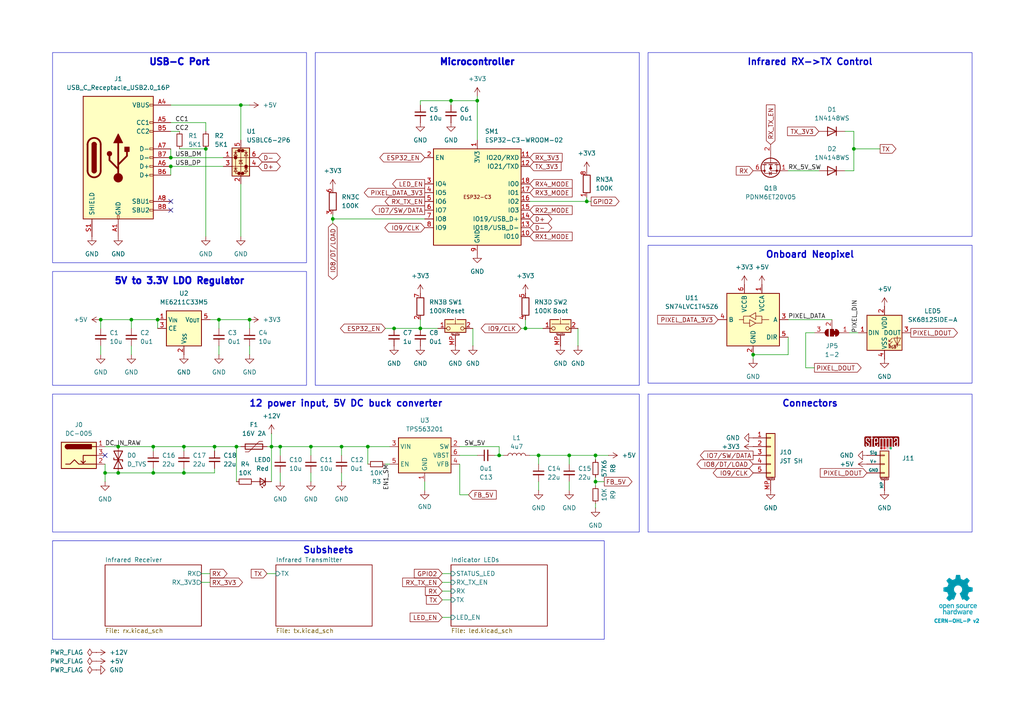
<source format=kicad_sch>
(kicad_sch (version 20231120) (generator "eeschema") (generator_version "8.0")
  (paper "A4")
  (junction (at 53.34 129.54))
  (junction (at 172.72 139.7))
  (junction (at 45.72 92.71))
  (junction (at 59.69 43.18))
  (junction (at 62.23 129.54))
  (junction (at 247.65 43.18))
  (junction (at 90.17 129.54))
  (junction (at 30.48 137.16))
  (junction (at 34.29 137.16))
  (junction (at 96.52 63.5))
  (junction (at 156.21 132.08))
  (junction (at 44.45 137.16))
  (junction (at 69.85 30.48))
  (junction (at 81.28 129.54))
  (junction (at 106.68 129.54))
  (junction (at 63.5 92.71))
  (junction (at 53.34 137.16))
  (junction (at 165.1 132.08))
  (junction (at 99.06 129.54))
  (junction (at 114.3 95.25))
  (junction (at 121.92 95.25))
  (junction (at 130.81 29.21))
  (junction (at 44.45 129.54))
  (junction (at 49.53 48.26))
  (junction (at 49.53 45.72))
  (junction (at 170.18 58.42))
  (junction (at 29.21 92.71))
  (junction (at 68.58 129.54))
  (junction (at 218.44 102.87))
  (junction (at 152.4 95.25))
  (junction (at 78.74 129.54))
  (junction (at 38.1 92.71))
  (junction (at 34.29 129.54))
  (junction (at 172.72 132.08))
  (junction (at 138.43 29.21))
  (junction (at 72.39 92.71))
  (junction (at 144.78 132.08))
  (no_connect (at 49.53 60.96))
  (no_connect (at 30.48 132.08))
  (no_connect (at 49.53 58.42))
  (wire (pts (xy 138.43 29.21) (xy 138.43 27.94)))
  (wire (pts (xy 233.68 106.68) (xy 236.22 106.68)))
  (wire (pts (xy 152.4 92.71) (xy 152.4 95.25)))
  (wire (pts (xy 59.69 35.56) (xy 59.69 38.1)))
  (wire (pts (xy 30.48 134.62) (xy 30.48 137.16)))
  (wire (pts (xy 62.23 129.54) (xy 68.58 129.54)))
  (wire (pts (xy 81.28 129.54) (xy 90.17 129.54)))
  (wire (pts (xy 38.1 92.71) (xy 45.72 92.71)))
  (wire (pts (xy 49.53 35.56) (xy 59.69 35.56)))
  (wire (pts (xy 245.11 38.1) (xy 247.65 38.1)))
  (wire (pts (xy 44.45 129.54) (xy 53.34 129.54)))
  (wire (pts (xy 156.21 132.08) (xy 156.21 134.62)))
  (wire (pts (xy 64.77 48.26) (xy 49.53 48.26)))
  (wire (pts (xy 128.27 168.91) (xy 130.81 168.91)))
  (wire (pts (xy 121.92 95.25) (xy 127 95.25)))
  (wire (pts (xy 172.72 139.7) (xy 172.72 140.97)))
  (wire (pts (xy 106.68 129.54) (xy 113.03 129.54)))
  (wire (pts (xy 218.44 104.14) (xy 218.44 102.87)))
  (wire (pts (xy 99.06 132.08) (xy 99.06 129.54)))
  (wire (pts (xy 53.34 135.89) (xy 53.34 137.16)))
  (wire (pts (xy 34.29 137.16) (xy 44.45 137.16)))
  (wire (pts (xy 152.4 95.25) (xy 157.48 95.25)))
  (wire (pts (xy 165.1 142.24) (xy 165.1 139.7)))
  (wire (pts (xy 165.1 132.08) (xy 172.72 132.08)))
  (wire (pts (xy 81.28 139.7) (xy 81.28 137.16)))
  (wire (pts (xy 128.27 173.99) (xy 130.81 173.99)))
  (wire (pts (xy 233.68 96.52) (xy 236.22 96.52)))
  (wire (pts (xy 69.85 68.58) (xy 69.85 53.34)))
  (wire (pts (xy 143.51 132.08) (xy 144.78 132.08)))
  (wire (pts (xy 247.65 43.18) (xy 247.65 49.53)))
  (wire (pts (xy 144.78 132.08) (xy 146.05 132.08)))
  (wire (pts (xy 69.85 30.48) (xy 69.85 40.64)))
  (wire (pts (xy 99.06 129.54) (xy 106.68 129.54)))
  (wire (pts (xy 137.16 100.33) (xy 137.16 95.25)))
  (wire (pts (xy 170.18 57.15) (xy 170.18 58.42)))
  (wire (pts (xy 172.72 138.43) (xy 172.72 139.7)))
  (wire (pts (xy 172.72 139.7) (xy 175.26 139.7)))
  (wire (pts (xy 228.6 97.79) (xy 228.6 102.87)))
  (wire (pts (xy 121.92 92.71) (xy 121.92 95.25)))
  (wire (pts (xy 58.42 168.91) (xy 60.96 168.91)))
  (wire (pts (xy 90.17 132.08) (xy 90.17 129.54)))
  (wire (pts (xy 63.5 95.25) (xy 63.5 92.71)))
  (wire (pts (xy 53.34 129.54) (xy 62.23 129.54)))
  (wire (pts (xy 133.35 143.51) (xy 135.89 143.51)))
  (wire (pts (xy 228.6 49.53) (xy 237.49 49.53)))
  (wire (pts (xy 228.6 92.71) (xy 241.3 92.71)))
  (wire (pts (xy 78.74 129.54) (xy 81.28 129.54)))
  (wire (pts (xy 72.39 92.71) (xy 63.5 92.71)))
  (wire (pts (xy 90.17 139.7) (xy 90.17 137.16)))
  (wire (pts (xy 38.1 100.33) (xy 38.1 102.87)))
  (wire (pts (xy 156.21 142.24) (xy 156.21 139.7)))
  (wire (pts (xy 246.38 96.52) (xy 248.92 96.52)))
  (wire (pts (xy 153.67 132.08) (xy 156.21 132.08)))
  (wire (pts (xy 228.6 102.87) (xy 218.44 102.87)))
  (wire (pts (xy 49.53 43.18) (xy 49.53 45.72)))
  (wire (pts (xy 30.48 137.16) (xy 34.29 137.16)))
  (wire (pts (xy 130.81 29.21) (xy 130.81 30.48)))
  (wire (pts (xy 68.58 129.54) (xy 68.58 139.7)))
  (wire (pts (xy 151.13 95.25) (xy 152.4 95.25)))
  (wire (pts (xy 96.52 62.23) (xy 96.52 63.5)))
  (wire (pts (xy 77.47 166.37) (xy 80.01 166.37)))
  (wire (pts (xy 111.76 134.62) (xy 113.03 134.62)))
  (wire (pts (xy 114.3 95.25) (xy 121.92 95.25)))
  (wire (pts (xy 247.65 43.18) (xy 255.27 43.18)))
  (wire (pts (xy 58.42 166.37) (xy 60.96 166.37)))
  (wire (pts (xy 44.45 137.16) (xy 53.34 137.16)))
  (wire (pts (xy 49.53 48.26) (xy 49.53 50.8)))
  (wire (pts (xy 53.34 137.16) (xy 62.23 137.16)))
  (wire (pts (xy 121.92 29.21) (xy 130.81 29.21)))
  (wire (pts (xy 153.67 58.42) (xy 170.18 58.42)))
  (wire (pts (xy 170.18 58.42) (xy 171.45 58.42)))
  (wire (pts (xy 63.5 92.71) (xy 60.96 92.71)))
  (wire (pts (xy 96.52 64.77) (xy 96.52 63.5)))
  (wire (pts (xy 81.28 132.08) (xy 81.28 129.54)))
  (wire (pts (xy 128.27 179.07) (xy 130.81 179.07)))
  (wire (pts (xy 63.5 100.33) (xy 63.5 102.87)))
  (wire (pts (xy 44.45 135.89) (xy 44.45 137.16)))
  (wire (pts (xy 72.39 95.25) (xy 72.39 92.71)))
  (wire (pts (xy 29.21 92.71) (xy 29.21 95.25)))
  (wire (pts (xy 111.76 95.25) (xy 114.3 95.25)))
  (wire (pts (xy 90.17 129.54) (xy 99.06 129.54)))
  (wire (pts (xy 49.53 30.48) (xy 69.85 30.48)))
  (wire (pts (xy 30.48 137.16) (xy 30.48 139.7)))
  (wire (pts (xy 133.35 129.54) (xy 144.78 129.54)))
  (wire (pts (xy 133.35 132.08) (xy 138.43 132.08)))
  (wire (pts (xy 34.29 129.54) (xy 44.45 129.54)))
  (wire (pts (xy 138.43 29.21) (xy 138.43 40.64)))
  (wire (pts (xy 30.48 129.54) (xy 34.29 129.54)))
  (wire (pts (xy 52.07 43.18) (xy 59.69 43.18)))
  (wire (pts (xy 96.52 63.5) (xy 123.19 63.5)))
  (wire (pts (xy 64.77 45.72) (xy 49.53 45.72)))
  (wire (pts (xy 167.64 100.33) (xy 167.64 95.25)))
  (wire (pts (xy 59.69 43.18) (xy 59.69 68.58)))
  (wire (pts (xy 233.68 96.52) (xy 233.68 106.68)))
  (wire (pts (xy 172.72 147.32) (xy 172.72 146.05)))
  (wire (pts (xy 69.85 129.54) (xy 68.58 129.54)))
  (wire (pts (xy 247.65 38.1) (xy 247.65 43.18)))
  (wire (pts (xy 156.21 132.08) (xy 165.1 132.08)))
  (wire (pts (xy 144.78 129.54) (xy 144.78 132.08)))
  (wire (pts (xy 38.1 95.25) (xy 38.1 92.71)))
  (wire (pts (xy 44.45 130.81) (xy 44.45 129.54)))
  (wire (pts (xy 72.39 30.48) (xy 69.85 30.48)))
  (wire (pts (xy 29.21 100.33) (xy 29.21 102.87)))
  (wire (pts (xy 78.74 129.54) (xy 78.74 139.7)))
  (wire (pts (xy 133.35 134.62) (xy 133.35 143.51)))
  (wire (pts (xy 106.68 134.62) (xy 106.68 129.54)))
  (wire (pts (xy 172.72 132.08) (xy 176.53 132.08)))
  (wire (pts (xy 38.1 92.71) (xy 29.21 92.71)))
  (wire (pts (xy 99.06 139.7) (xy 99.06 137.16)))
  (wire (pts (xy 62.23 130.81) (xy 62.23 129.54)))
  (wire (pts (xy 121.92 30.48) (xy 121.92 29.21)))
  (wire (pts (xy 78.74 125.73) (xy 78.74 129.54)))
  (wire (pts (xy 172.72 133.35) (xy 172.72 132.08)))
  (wire (pts (xy 123.19 142.24) (xy 123.19 139.7)))
  (wire (pts (xy 72.39 100.33) (xy 72.39 102.87)))
  (wire (pts (xy 245.11 49.53) (xy 247.65 49.53)))
  (wire (pts (xy 78.74 129.54) (xy 77.47 129.54)))
  (wire (pts (xy 128.27 171.45) (xy 130.81 171.45)))
  (wire (pts (xy 52.07 38.1) (xy 49.53 38.1)))
  (wire (pts (xy 130.81 29.21) (xy 138.43 29.21)))
  (wire (pts (xy 128.27 166.37) (xy 130.81 166.37)))
  (wire (pts (xy 62.23 137.16) (xy 62.23 135.89)))
  (wire (pts (xy 165.1 134.62) (xy 165.1 132.08)))
  (wire (pts (xy 53.34 130.81) (xy 53.34 129.54)))
  (wire (pts (xy 45.72 92.71) (xy 45.72 95.25)))
  (image (at 277.876 172.466) (scale 0.1691))
  (text_box "5V to 3.3V LDO Regulator" (at 15.24 78.74 0) (size 73.66 33.02) (stroke (width 0.127)) (effects (font (size 1.905 1.905) (thickness 0.508) (bold yes)) (justify top)))
  (text_box "Connectors" (at 187.96 114.3 0) (size 93.98 40.005) (stroke (width 0.127)) (effects (font (size 1.905 1.905) (thickness 0.381) (bold yes)) (justify top)))
  (text_box "12 power input, 5V DC buck converter" (at 15.24 114.3 0) (size 170.18 40.005) (stroke (width 0.127)) (effects (font (size 1.905 1.905) (thickness 0.381) (bold yes)) (justify top)))
  (text_box "Onboard Neopixel" (at 187.96 71.12 0) (size 93.98 40.005) (stroke (width 0.127)) (effects (font (size 1.905 1.905) (thickness 0.381) (bold yes)) (justify top)))
  (text_box "Subsheets" (at 15.24 156.845 0) (size 160.02 28.575) (stroke (width 0.127)) (effects (font (size 1.905 1.905) (thickness 0.381) (bold yes)) (justify top)))
  (text_box "Infrared RX->TX Control" (at 187.96 15.24 0) (size 93.98 53.34) (stroke (width 0.127)) (effects (font (size 1.905 1.905) (thickness 0.381) (bold yes)) (justify top)))
  (text_box "USB-C Port" (at 15.24 15.24 0) (size 73.66 60.96) (stroke (width 0.127)) (effects (font (size 1.905 1.905) (thickness 0.508) (bold yes)) (justify top)))
  (text_box "Microcontroller" (at 91.44 15.24 0) (size 93.98 96.52) (stroke (width 0.127)) (effects (font (size 1.905 1.905) (thickness 0.508) (bold yes)) (justify top)))
  (text "CERN-OHL-P v2" (at 277.495 180.34 0) (effects (font (size 1.016 1.016) (thickness 0.4) (bold yes))))
  (label "SW_5V" (at 134.62 129.54 0))
  (label "RX_5V_SW" (at 228.6 49.53 0))
  (label "PIXEL_DIN" (at 248.92 96.52 90))
  (label "EN1_SM" (at 113.03 134.62 270))
  (label "USB_DP" (at 50.8 48.26 0))
  (label "CC2" (at 50.8 38.1 0))
  (label "DC_IN_RAW" (at 30.48 129.54 0))
  (label "USB_DM" (at 50.8 45.72 0))
  (label "CC1" (at 50.8 35.56 0))
  (label "PIXEL_DATA" (at 228.6 92.71 0))
  (global_label "IO9/CLK" (shape bidirectional) (at 151.13 95.25 180) (property "Intersheetrefs" "${INTERSHEET_REFS}" (effects (hide yes))))
  (global_label "RX_3V3" (shape output) (at 60.96 168.91 0) (property "Intersheetrefs" "${INTERSHEET_REFS}" (effects (hide yes))))
  (global_label "RX_TX_EN" (shape input) (at 128.27 168.91 180) (property "Intersheetrefs" "${INTERSHEET_REFS}" (effects (hide yes))))
  (global_label "FB_5V" (shape output) (at 175.26 139.7 0) (property "Intersheetrefs" "${INTERSHEET_REFS}" (effects (hide yes))))
  (global_label "LED_EN" (shape input) (at 128.27 179.07 180) (property "Intersheetrefs" "${INTERSHEET_REFS}" (effects (hide yes))))
  (global_label "IO7/SW/DATA" (shape output) (at 218.44 132.08 180) (property "Intersheetrefs" "${INTERSHEET_REFS}" (effects (hide yes))))
  (global_label "RX" (shape input) (at 128.27 171.45 180) (property "Intersheetrefs" "${INTERSHEET_REFS}" (effects (hide yes))))
  (global_label "RX_3V3" (shape input) (at 153.67 45.72 0) (property "Intersheetrefs" "${INTERSHEET_REFS}" (effects (hide yes))))
  (global_label "TX" (shape input) (at 77.47 166.37 180) (property "Intersheetrefs" "${INTERSHEET_REFS}" (effects (hide yes))))
  (global_label "RX3_MODE" (shape input) (at 153.67 55.88 0) (property "Intersheetrefs" "${INTERSHEET_REFS}" (effects (hide yes))))
  (global_label "PIXEL_DOUT" (shape output) (at 264.16 96.52 0) (property "Intersheetrefs" "${INTERSHEET_REFS}" (effects (hide yes))))
  (global_label "TX_3V3" (shape input) (at 237.49 38.1 180) (property "Intersheetrefs" "${INTERSHEET_REFS}" (effects (hide yes))))
  (global_label "PIXEL_DOUT" (shape output) (at 236.22 106.68 0) (property "Intersheetrefs" "${INTERSHEET_REFS}" (effects (hide yes))))
  (global_label "RX4_MODE" (shape input) (at 153.67 53.34 0) (property "Intersheetrefs" "${INTERSHEET_REFS}" (effects (hide yes))))
  (global_label "RX1_MODE" (shape input) (at 153.67 68.58 0) (property "Intersheetrefs" "${INTERSHEET_REFS}" (effects (hide yes))))
  (global_label "IO7/SW/DATA" (shape output) (at 123.19 60.96 180) (property "Intersheetrefs" "${INTERSHEET_REFS}" (effects (hide yes))))
  (global_label "IO8/DT/LOAD" (shape bidirectional) (at 218.44 134.62 180) (property "Intersheetrefs" "${INTERSHEET_REFS}" (effects (hide yes))))
  (global_label "RX" (shape input) (at 218.44 49.53 180) (property "Intersheetrefs" "${INTERSHEET_REFS}" (effects (hide yes))))
  (global_label "GPIO2" (shape output) (at 171.45 58.42 0) (property "Intersheetrefs" "${INTERSHEET_REFS}" (effects (hide yes))))
  (global_label "D+" (shape bidirectional) (at 74.93 48.26 0) (property "Intersheetrefs" "${INTERSHEET_REFS}" (effects (hide yes))))
  (global_label "RX_TX_EN" (shape output) (at 123.19 58.42 180) (property "Intersheetrefs" "${INTERSHEET_REFS}" (effects (hide yes))))
  (global_label "RX2_MODE" (shape input) (at 153.67 60.96 0) (property "Intersheetrefs" "${INTERSHEET_REFS}" (effects (hide yes))))
  (global_label "FB_5V" (shape input) (at 135.89 143.51 0) (property "Intersheetrefs" "${INTERSHEET_REFS}" (effects (hide yes))))
  (global_label "PIXEL_DOUT" (shape input) (at 251.46 137.16 180) (property "Intersheetrefs" "${INTERSHEET_REFS}" (effects (hide yes))))
  (global_label "TX" (shape output) (at 255.27 43.18 0) (property "Intersheetrefs" "${INTERSHEET_REFS}" (effects (hide yes))))
  (global_label "RX" (shape output) (at 60.96 166.37 0) (property "Intersheetrefs" "${INTERSHEET_REFS}" (effects (hide yes))))
  (global_label "IO9/CLK" (shape bidirectional) (at 123.19 66.04 180) (property "Intersheetrefs" "${INTERSHEET_REFS}" (effects (hide yes))))
  (global_label "PIXEL_DATA_3V3" (shape output) (at 123.19 55.88 180) (property "Intersheetrefs" "${INTERSHEET_REFS}" (effects (hide yes))))
  (global_label "D+" (shape bidirectional) (at 153.67 63.5 0) (property "Intersheetrefs" "${INTERSHEET_REFS}" (effects (hide yes))))
  (global_label "IO8/DT/LOAD" (shape bidirectional) (at 96.52 64.77 270) (property "Intersheetrefs" "${INTERSHEET_REFS}" (effects (hide yes))))
  (global_label "LED_EN" (shape output) (at 123.19 53.34 180) (property "Intersheetrefs" "${INTERSHEET_REFS}" (effects (hide yes))))
  (global_label "GPIO2" (shape input) (at 128.27 166.37 180) (property "Intersheetrefs" "${INTERSHEET_REFS}" (effects (hide yes))))
  (global_label "D-" (shape bidirectional) (at 153.67 66.04 0) (property "Intersheetrefs" "${INTERSHEET_REFS}" (effects (hide yes))))
  (global_label "D-" (shape bidirectional) (at 74.93 45.72 0) (property "Intersheetrefs" "${INTERSHEET_REFS}" (effects (hide yes))))
  (global_label "TX" (shape input) (at 128.27 173.99 180) (property "Intersheetrefs" "${INTERSHEET_REFS}" (effects (hide yes))))
  (global_label "IO9/CLK" (shape bidirectional) (at 218.44 137.16 180) (property "Intersheetrefs" "${INTERSHEET_REFS}" (effects (hide yes))))
  (global_label "ESP32_EN" (shape bidirectional) (at 111.76 95.25 180) (property "Intersheetrefs" "${INTERSHEET_REFS}" (effects (hide yes))))
  (global_label "RX_TX_EN" (shape input) (at 223.52 41.91 90) (property "Intersheetrefs" "${INTERSHEET_REFS}" (effects (hide yes))))
  (global_label "PIXEL_DATA_3V3" (shape input) (at 208.28 92.71 180) (property "Intersheetrefs" "${INTERSHEET_REFS}" (effects (hide yes))))
  (global_label "TX_3V3" (shape input) (at 153.67 48.26 0) (property "Intersheetrefs" "${INTERSHEET_REFS}" (effects (hide yes))))
  (global_label "ESP32_EN" (shape bidirectional) (at 123.19 45.72 180) (property "Intersheetrefs" "${INTERSHEET_REFS}" (effects (hide yes))))
  (symbol (lib_id "power:GND") (at 59.69 68.58 0) (unit 1)
    (property "Reference" "#PWR01" (effects (hide yes)))
    (property "Value" "GND" (at 59.69 73.66 0))
    (property "Description" "Power symbol creates a global label with name \"GND\" , ground" (effects (hide yes)))
  )
  (symbol (lib_id "power:VCC") (at 170.18 49.53 0) (unit 1)
    (property "Reference" "#PWR014" (effects (hide yes)))
    (property "Value" "+3V3" (at 170.18 44.45 0))
    (property "Description" "Power symbol creates a global label with name \"VCC\"" (effects (hide yes)))
  )
  (symbol (lib_id "Device:C_Small") (at 99.06 134.62 0) (unit 1)
    (property "Reference" "C12" (at 101.6 133.3562 0) (effects (justify left)))
    (property "Value" "0u1" (at 101.6 135.8962 0) (effects (justify left)))
    (property "Footprint" "discrete:C_0603_1608Metric" (effects (hide yes)))
    (property "Description" "Unpolarized capacitor, small symbol" (effects (hide yes)))
  )
  (symbol (lib_id "power:GND") (at 156.21 142.24 0) (unit 1)
    (property "Reference" "#PWR035" (effects (hide yes)))
    (property "Value" "GND" (at 156.21 147.32 0))
    (property "Description" "Power symbol creates a global label with name \"GND\" , ground" (effects (hide yes)))
  )
  (symbol (lib_id "Device:C_Small") (at 130.81 33.02 0) (unit 1)
    (property "Reference" "C6" (at 133.35 31.7562 0) (effects (justify left)))
    (property "Value" "0u1" (at 133.35 34.2962 0) (effects (justify left)))
    (property "Footprint" "discrete:C_0603_1608Metric" (effects (hide yes)))
    (property "Description" "Unpolarized capacitor, small symbol" (effects (hide yes)))
  )
  (symbol (lib_id "Power_Protection:USBLC6-2P6") (at 69.85 45.72 0) (unit 1)
    (property "Reference" "U1" (at 71.5011 38.1 0) (effects (justify left)))
    (property "Value" "USBLC6-2P6" (at 71.5011 40.64 0) (effects (justify left)))
    (property "Footprint" "Package_TO_SOT_SMD:SOT-666" (effects (hide yes)))
    (property "Datasheet" "https://www.st.com/resource/en/datasheet/usblc6-2.pdf" (effects (hide yes)))
    (property "Description" "Very low capacitance ESD protection diode, 2 data-line, SOT-666" (effects (hide yes)))
    (property "LCSC Part" "C29780639" (effects (hide yes)))
  )
  (symbol (lib_id "Diode:1N4148WS") (at 241.3 49.53 180) (unit 1)
    (property "Reference" "D2" (at 241.3 43.18 0))
    (property "Value" "1N4148WS" (at 241.3 45.72 0))
    (property "Footprint" "package:D_SOD-323" (effects (hide yes)))
    (property "Datasheet" "https://www.vishay.com/docs/85751/1n4148ws.pdf" (effects (hide yes)))
    (property "Description" "75V 0.15A Fast switching Diode, SOD-323" (effects (hide yes)))
    (property "Sim.Device" "D" (effects (hide yes)))
    (property "Sim.Pins" "1=K 2=A" (effects (hide yes)))
  )
  (symbol (lib_id "Device:Polyfuse") (at 73.66 129.54 90) (unit 1)
    (property "Reference" "F1" (at 73.66 123.19 90))
    (property "Value" "16V 2A" (at 73.66 125.73 90))
    (property "Footprint" "discrete:Fuse_1206_3216Metric" (effects (hide yes)))
    (property "Datasheet" "https://www.lcsc.com/datasheet/lcsc_datasheet_2410122003_Shenzhen-JDT-Fuse-ASMD1206-200-16V_C2982271.pdf" (effects (hide yes)))
    (property "Description" "Resettable fuse, polymeric positive temperature coefficient" (effects (hide yes)))
    (property "LCSC Part" "C2982271" (effects (hide yes)))
  )
  (symbol (lib_id "module:ESP32-C3-WROOM-02") (at 138.43 57.15 0) (unit 1)
    (property "Reference" "SM1" (at 140.6241 38.1 0) (effects (justify left)))
    (property "Value" "ESP32-C3-WROOM-02" (at 140.6241 40.64 0) (effects (justify left)))
    (property "Footprint" "module:ESP32-C3-WROOM-02" (effects (hide yes)))
    (property "Datasheet" "https://www.espressif.com/sites/default/files/documentation/esp32-c3-wroom-02_datasheet_en.pdf" (effects (hide yes)))
    (property "Description" "802.11 b/g/n Wi­Fi and Bluetooth 5 module, ESP32­C3 SoC, RISC­V microprocessor, On-board antenna" (effects (hide yes)))
  )
  (symbol (lib_id "Device:C_Small") (at 140.97 132.08 90) (mirror x) (unit 1)
    (property "Reference" "C13" (at 140.9763 138.43 90))
    (property "Value" "0u1" (at 140.9763 135.89 90))
    (property "Footprint" "discrete:C_0603_1608Metric" (effects (hide yes)))
    (property "Description" "Unpolarized capacitor, small symbol" (effects (hide yes)))
  )
  (symbol (lib_id "Device:C_Small") (at 121.92 97.79 0) (unit 1)
    (property "Reference" "C8" (at 124.46 96.5262 0) (effects (justify left)))
    (property "Value" "0u1" (at 124.46 99.0662 0) (effects (justify left)))
    (property "Footprint" "discrete:C_0603_1608Metric" (effects (hide yes)))
    (property "Description" "Unpolarized capacitor, small symbol" (effects (hide yes)))
  )
  (symbol (lib_id "Device:R_Pack04_Split") (at 152.4 88.9 0) (unit 4)
    (property "Reference" "RN3" (at 154.94 87.6299 0) (effects (justify left)))
    (property "Value" "100K" (at 154.94 90.1699 0) (effects (justify left)))
    (property "Footprint" "discrete:R_Array_Convex_4x0603_HandSolder" (effects (hide yes)))
    (property "Description" "4 resistor network, parallel topology, split" (effects (hide yes)))
  )
  (symbol (lib_id "power:GND") (at 130.81 35.56 0) (unit 1)
    (property "Reference" "#PWR010" (effects (hide yes)))
    (property "Value" "GND" (at 130.81 40.64 0))
    (property "Description" "Power symbol creates a global label with name \"GND\" , ground" (effects (hide yes)))
  )
  (symbol (lib_id "power:VCC") (at 218.44 129.54 90) (unit 1)
    (property "Reference" "#PWR0102" (effects (hide yes)))
    (property "Value" "+3V3" (at 214.63 129.5399 90) (effects (justify left)))
    (property "Description" "Power symbol creates a global label with name \"VCC\"" (effects (hide yes)))
  )
  (symbol (lib_id "Device:R_Small") (at 172.72 135.89 0) (mirror x) (unit 1)
    (property "Reference" "R8" (at 177.8 135.89 90))
    (property "Value" "57K6" (at 175.26 135.89 90))
    (property "Footprint" "Resistor_SMD:R_0603_1608Metric" (effects (hide yes)))
    (property "Description" "Resistor, small symbol" (effects (hide yes)))
  )
  (symbol (lib_id "power:VCC") (at 27.94 189.23 270) (unit 1)
    (property "Reference" "#PWR059" (effects (hide yes)))
    (property "Value" "+12V" (at 31.75 189.2299 90) (effects (justify left)))
    (property "Description" "Power symbol creates a global label with name \"VCC\"" (effects (hide yes)))
  )
  (symbol (lib_id "power:VCC") (at 256.54 88.9 0) (unit 1)
    (property "Reference" "#PWR0104" (effects (hide yes)))
    (property "Value" "+5V" (at 256.54 83.82 0))
    (property "Description" "Power symbol creates a global label with name \"VCC\"" (effects (hide yes)))
  )
  (symbol (lib_id "Device:C_Small") (at 72.39 97.79 0) (unit 1)
    (property "Reference" "C4" (at 74.93 96.5262 0) (effects (justify left)))
    (property "Value" "10u" (at 74.93 99.0662 0) (effects (justify left)))
    (property "Footprint" "discrete:C_0603_1608Metric" (effects (hide yes)))
    (property "Description" "Unpolarized capacitor, small symbol" (effects (hide yes)))
  )
  (symbol (lib_id "Connector_Generic_MountingPin:Conn_01x05_MountingPin") (at 223.52 132.08 0) (unit 1)
    (property "Reference" "J10" (at 226.06 131.1655 0) (effects (justify left)))
    (property "Value" "JST SH" (at 226.06 133.7055 0) (effects (justify left)))
    (property "Footprint" "connector:JST_SH_SM05B-SRSS-TB_1x05-1MP_P1.00mm_Horizontal" (effects (hide yes)))
    (property "Description" "Generic connectable mounting pin connector, single row, 01x05, script generated (kicad-library-utils/schlib/autogen/connector/)" (effects (hide yes)))
  )
  (symbol (lib_id "power:GND") (at 29.21 102.87 0) (unit 1)
    (property "Reference" "#PWR025" (effects (hide yes)))
    (property "Value" "GND" (at 29.21 107.95 0))
    (property "Description" "Power symbol creates a global label with name \"GND\" , ground" (effects (hide yes)))
  )
  (symbol (lib_id "electromechanical:SW_Push_MountingPin") (at 132.08 95.25 0) (unit 1)
    (property "Reference" "SW1" (at 132.08 87.63 0))
    (property "Value" "Reset" (at 132.08 90.17 0))
    (property "Footprint" "electromechanical:SW_Push_1P1T-MP_NO_4.6x3mm_Horizontal" (effects (hide yes)))
    (property "Description" "Generic push-button switch, two contact pins and mounting pin(s)" (effects (hide yes)))
  )
  (symbol (lib_id "power:VCC") (at 138.43 27.94 0) (unit 1)
    (property "Reference" "#PWR09" (effects (hide yes)))
    (property "Value" "+3V3" (at 138.43 22.86 0))
    (property "Description" "Power symbol creates a global label with name \"VCC\"" (effects (hide yes)))
  )
  (symbol (lib_id "connector:USB_C_Receptacle_USB2.0_16P_SHOU-HAN_2MD") (at 34.29 45.72 0) (unit 1)
    (property "Reference" "J1" (at 34.29 22.86 0))
    (property "Value" "USB_C_Receptacle_USB2.0_16P" (at 34.29 25.4 0))
    (property "Footprint" "connector:USB_C_Receptacle_GCT_USB4105-xx-A_16P_TopMnt_Horizontal" (effects (hide yes)))
    (property "Datasheet" "https://www.lcsc.com/datasheet/lcsc_datasheet_2111231930_SHOU-HAN-TYPE-C-16PIN-2MD-073_C2765186.pdf" (effects (hide yes)))
    (property "Description" "USB 2.0-only 16P Type-C Receptacle connector, 5 amps" (effects (hide yes)))
    (property "LCSC Part" "C2765186" (effects (hide yes)))
  )
  (symbol (lib_id "Device:C_Small") (at 165.1 137.16 0) (unit 1)
    (property "Reference" "C15" (at 167.64 135.8962 0) (effects (justify left)))
    (property "Value" "22u" (at 167.64 138.4362 0) (effects (justify left)))
    (property "Footprint" "discrete:C_0603_1608Metric" (effects (hide yes)))
    (property "Description" "Unpolarized capacitor, small symbol" (effects (hide yes)))
  )
  (symbol (lib_id "power:GND") (at 53.34 102.87 0) (unit 1)
    (property "Reference" "#PWR08" (effects (hide yes)))
    (property "Value" "GND" (at 53.34 107.95 0))
    (property "Description" "Power symbol creates a global label with name \"GND\" , ground" (effects (hide yes)))
  )
  (symbol (lib_id "Device:C_Small") (at 63.5 97.79 0) (unit 1)
    (property "Reference" "C3" (at 66.04 96.5262 0) (effects (justify left)))
    (property "Value" "0u1" (at 66.04 99.0662 0) (effects (justify left)))
    (property "Footprint" "discrete:C_0603_1608Metric" (effects (hide yes)))
    (property "Description" "Unpolarized capacitor, small symbol" (effects (hide yes)))
  )
  (symbol (lib_id "power:GND") (at 138.43 73.66 0) (unit 1)
    (property "Reference" "#PWR011" (effects (hide yes)))
    (property "Value" "GND" (at 138.43 78.74 0))
    (property "Description" "Power symbol creates a global label with name \"GND\" , ground" (effects (hide yes)))
  )
  (symbol (lib_id "Device:C_Small") (at 29.21 97.79 0) (unit 1)
    (property "Reference" "C1" (at 31.75 96.5262 0) (effects (justify left)))
    (property "Value" "10u" (at 31.75 99.0662 0) (effects (justify left)))
    (property "Footprint" "discrete:C_0603_1608Metric" (effects (hide yes)))
    (property "Description" "Unpolarized capacitor, small symbol" (effects (hide yes)))
  )
  (symbol (lib_id "power:VCC") (at 176.53 132.08 270) (unit 1)
    (property "Reference" "#PWR041" (effects (hide yes)))
    (property "Value" "+5V" (at 180.34 132.0801 90) (effects (justify left)))
    (property "Description" "Power symbol creates a global label with name \"VCC\"" (effects (hide yes)))
  )
  (symbol (lib_id "power:GND") (at 114.3 100.33 0) (unit 1)
    (property "Reference" "#PWR028" (effects (hide yes)))
    (property "Value" "GND" (at 114.3 105.41 0))
    (property "Description" "Power symbol creates a global label with name \"GND\" , ground" (effects (hide yes)))
  )
  (symbol (lib_id "power:GND") (at 172.72 147.32 0) (unit 1)
    (property "Reference" "#PWR040" (effects (hide yes)))
    (property "Value" "GND" (at 172.72 152.4 0))
    (property "Description" "Power symbol creates a global label with name \"GND\" , ground" (effects (hide yes)))
  )
  (symbol (lib_id "power:GND") (at 218.44 127 270) (unit 1)
    (property "Reference" "#PWR0101" (effects (hide yes)))
    (property "Value" "GND" (at 214.63 126.9999 90) (effects (justify right)))
    (property "Description" "Power symbol creates a global label with name \"GND\" , ground" (effects (hide yes)))
  )
  (symbol (lib_id "Device:R_Small") (at 59.69 40.64 180) (unit 1)
    (property "Reference" "R2" (at 62.23 39.3699 0) (effects (justify right)))
    (property "Value" "5K1" (at 62.23 41.9099 0) (effects (justify right)))
    (property "Footprint" "Resistor_SMD:R_0603_1608Metric" (effects (hide yes)))
    (property "Description" "Resistor, small symbol" (effects (hide yes)))
  )
  (symbol (lib_id "power:GND") (at 223.52 142.24 0) (unit 1)
    (property "Reference" "#PWR0100" (effects (hide yes)))
    (property "Value" "GND" (at 223.52 147.32 0))
    (property "Description" "Power symbol creates a global label with name \"GND\" , ground" (effects (hide yes)))
  )
  (symbol (lib_id "Device:R_Pack04_Split") (at 96.52 58.42 0) (unit 3)
    (property "Reference" "RN3" (at 99.06 57.1499 0) (effects (justify left)))
    (property "Value" "100K" (at 99.06 59.6899 0) (effects (justify left)))
    (property "Footprint" "discrete:R_Array_Convex_4x0603_HandSolder" (effects (hide yes)))
    (property "Description" "4 resistor network, parallel topology, split" (effects (hide yes)))
  )
  (symbol (lib_id "ic:SN74LVC1T45Z6") (at 218.44 92.71 0) (mirror y) (unit 1)
    (property "Reference" "U11" (at 200.66 86.3914 0))
    (property "Value" "SN74LVC1T45Z6" (at 200.66 88.9314 0))
    (property "Footprint" "Package_TO_SOT_SMD:SOT-563" (effects (hide yes)))
    (property "Datasheet" "https://www.diodes.com/assets/Datasheets/74LVC1T45.pdf" (effects (hide yes)))
    (property "Description" "Single-Bit Dual-Supply Bus Transceiver With Configurable Voltage Translation and 3-State Outputs, SOT-563" (effects (hide yes)))
    (property "LCSC Part" "C441819" (effects (hide yes)))
  )
  (symbol (lib_id "Regulator_Linear:ME6211C33M5") (at 53.34 95.25 0) (unit 1)
    (property "Reference" "U2" (at 53.34 85.09 0))
    (property "Value" "ME6211C33M5" (at 53.34 87.63 0))
    (property "Footprint" "Package_TO_SOT_SMD:SOT-23-5" (effects (hide yes)))
    (property "Datasheet" "https://www.lcsc.com/datasheet/lcsc_datasheet_1811131510_MICRONE-Nanjing-Micro-One-Elec-ME6211C33M5G-N_C82942.pdf" (effects (hide yes)))
    (property "Description" "500mA low dropout linear regulator, shutdown pin, 6.5V max input voltage, 3.3V fixed positive output, SOT-23-5" (effects (hide yes)))
    (property "LCSC Part" "C82942" (effects (hide yes)))
  )
  (symbol (lib_id "power:GND") (at 162.56 100.33 0) (unit 1)
    (property "Reference" "#PWR019" (effects (hide yes)))
    (property "Value" "GND" (at 162.56 105.41 0))
    (property "Description" "Power symbol creates a global label with name \"GND\" , ground" (effects (hide yes)))
  )
  (symbol (lib_id "Jumper:SolderJumper_3_Bridged12") (at 241.3 96.52 180) (unit 1) (exclude_from_sim yes) (in_bom no)
    (property "Reference" "JP5" (at 241.3 100.33 0))
    (property "Value" "1-2" (at 241.3 102.87 0))
    (property "Footprint" "Jumper:SolderJumper-3_P1.3mm_Bridged12_RoundedPad1.0x1.5mm" (effects (hide yes)))
    (property "Description" "3-pole Solder Jumper, pins 1+2 closed/bridged" (effects (hide yes)))
  )
  (symbol (lib_id "power:PWR_FLAG") (at 27.94 189.23 90) (unit 1)
    (property "Reference" "#FLG01" (effects (hide yes)))
    (property "Value" "PWR_FLAG" (at 24.13 189.2299 90) (effects (justify left)))
    (property "Description" "Special symbol for telling ERC where power comes from" (effects (hide yes)))
  )
  (symbol (lib_id "Regulator_Switching:TPS563200") (at 123.19 132.08 0) (unit 1)
    (property "Reference" "U3" (at 123.19 121.92 0))
    (property "Value" "TPS563201" (at 123.19 124.46 0))
    (property "Footprint" "Package_TO_SOT_SMD:SOT-23-6" (effects (hide yes)))
    (property "Datasheet" "http://www.ti.com/lit/ds/symlink/tps563200.pdf" (effects (hide yes)))
    (property "Description" "3A Synchronous Step-Down Voltage Regulator, Adjustable Output Voltage, 4.5-17V Input Voltage, SOT-23-6" (effects (hide yes)))
    (property "LCSC Part" "C116592" (effects (hide yes)))
  )
  (symbol (lib_id "power:GND") (at 27.94 194.31 90) (unit 1)
    (property "Reference" "#PWR02" (effects (hide yes)))
    (property "Value" "GND" (at 31.75 194.3099 90) (effects (justify right)))
    (property "Description" "Power symbol creates a global label with name \"GND\" , ground" (effects (hide yes)))
  )
  (symbol (lib_id "power:VCC") (at 96.52 54.61 0) (unit 1)
    (property "Reference" "#PWR017" (effects (hide yes)))
    (property "Value" "+3V3" (at 96.52 49.53 0))
    (property "Description" "Power symbol creates a global label with name \"VCC\"" (effects (hide yes)))
  )
  (symbol (lib_id "Device:R_Small") (at 109.22 134.62 90) (mirror x) (unit 1)
    (property "Reference" "R3" (at 109.22 139.7 90))
    (property "Value" "10K" (at 109.22 137.16 90))
    (property "Footprint" "Resistor_SMD:R_0603_1608Metric" (effects (hide yes)))
    (property "Description" "Resistor, small symbol" (effects (hide yes)))
  )
  (symbol (lib_id "power:GND") (at 251.46 132.08 270) (unit 1)
    (property "Reference" "#PWR0106" (effects (hide yes)))
    (property "Value" "GND" (at 247.65 132.0799 90) (effects (justify right)))
    (property "Description" "Power symbol creates a global label with name \"GND\" , ground" (effects (hide yes)))
  )
  (symbol (lib_id "power:GND") (at 137.16 100.33 0) (unit 1)
    (property "Reference" "#PWR015" (effects (hide yes)))
    (property "Value" "GND" (at 137.16 105.41 0))
    (property "Description" "Power symbol creates a global label with name \"GND\" , ground" (effects (hide yes)))
  )
  (symbol (lib_id "Device:D_TVS") (at 34.29 133.35 90) (unit 1)
    (property "Reference" "D0" (at 36.83 132.0799 90) (effects (justify right)))
    (property "Value" "D_TVS" (at 36.83 134.6199 90) (effects (justify right)))
    (property "Footprint" "package:D_SOD-123F" (effects (hide yes)))
    (property "Datasheet" "https://www.lcsc.com/datasheet/lcsc_datasheet_2411081121_MSKSEMI-SMF13CA-MS_C7473216.pdf" (effects (hide yes)))
    (property "Description" "Bidirectional transient-voltage-suppression diode" (effects (hide yes)))
    (property "LCSC Part" "C7473216" (effects (hide yes)))
  )
  (symbol (lib_id "Device:R_Small") (at 172.72 143.51 0) (mirror x) (unit 1)
    (property "Reference" "R9" (at 177.8 143.51 90))
    (property "Value" "10K" (at 175.26 143.51 90))
    (property "Footprint" "Resistor_SMD:R_0603_1608Metric" (effects (hide yes)))
    (property "Description" "Resistor, small symbol" (effects (hide yes)))
  )
  (symbol (lib_id "power:GND") (at 90.17 139.7 0) (unit 1)
    (property "Reference" "#PWR032" (effects (hide yes)))
    (property "Value" "GND" (at 90.17 144.78 0))
    (property "Description" "Power symbol creates a global label with name \"GND\" , ground" (effects (hide yes)))
  )
  (symbol (lib_id "Device:C_Small") (at 121.92 33.02 0) (unit 1)
    (property "Reference" "C5" (at 124.46 31.7562 0) (effects (justify left)))
    (property "Value" "10u" (at 124.46 34.2962 0) (effects (justify left)))
    (property "Footprint" "discrete:C_0603_1608Metric" (effects (hide yes)))
    (property "Description" "Unpolarized capacitor, small symbol" (effects (hide yes)))
  )
  (symbol (lib_id "power:VCC") (at 72.39 92.71 270) (unit 1)
    (property "Reference" "#PWR07" (effects (hide yes)))
    (property "Value" "+3V3" (at 76.2 92.7099 90) (effects (justify left)))
    (property "Description" "Power symbol creates a global label with name \"VCC\"" (effects (hide yes)))
  )
  (symbol (lib_id "power:GND") (at 132.08 100.33 0) (unit 1)
    (property "Reference" "#PWR013" (effects (hide yes)))
    (property "Value" "GND" (at 132.08 105.41 0))
    (property "Description" "Power symbol creates a global label with name \"GND\" , ground" (effects (hide yes)))
  )
  (symbol (lib_id "Device:C_Small") (at 53.34 133.35 0) (unit 1)
    (property "Reference" "C17" (at 55.88 132.0862 0) (effects (justify left)))
    (property "Value" "22u" (at 55.88 134.6262 0) (effects (justify left)))
    (property "Footprint" "discrete:C_0603_1608Metric" (effects (hide yes)))
    (property "Description" "Unpolarized capacitor, small symbol" (effects (hide yes)))
  )
  (symbol (lib_id "power:VCC") (at 27.94 191.77 270) (unit 1)
    (property "Reference" "#PWR03" (effects (hide yes)))
    (property "Value" "+5V" (at 31.75 191.7699 90) (effects (justify left)))
    (property "Description" "Power symbol creates a global label with name \"VCC\"" (effects (hide yes)))
  )
  (symbol (lib_id "Device:R_Small") (at 52.07 40.64 180) (unit 1)
    (property "Reference" "R1" (at 54.61 39.3699 0) (effects (justify right)))
    (property "Value" "5K1" (at 54.61 41.9099 0) (effects (justify right)))
    (property "Footprint" "Resistor_SMD:R_0603_1608Metric" (effects (hide yes)))
    (property "Description" "Resistor, small symbol" (effects (hide yes)))
  )
  (symbol (lib_id "discrete:PDNM6ET20V05") (at 223.52 46.99 90) (mirror x) (unit 2)
    (property "Reference" "Q1" (at 223.52 54.61 90))
    (property "Value" "PDNM6ET20V05" (at 223.52 57.15 90))
    (property "Footprint" "Package_TO_SOT_SMD:SOT-563" (effects (hide yes)))
    (property "Datasheet" "https://www.lcsc.com/datasheet/lcsc_datasheet_2410121242_Shanghai-Prisemi-Elec-PDNM6ET20V05_C918811.pdf" (effects (hide yes)))
    (property "Description" "500mA Id, 20V Vds, Dual N-Channel MOSFET, SOT-563" (effects (hide yes)))
    (property "LCSC Part" "C918811" (effects (hide yes)))
  )
  (symbol (lib_id "power:VCC") (at 121.92 85.09 0) (unit 1)
    (property "Reference" "#PWR029" (effects (hide yes)))
    (property "Value" "+3V3" (at 121.92 80.01 0))
    (property "Description" "Power symbol creates a global label with name \"VCC\"" (effects (hide yes)))
  )
  (symbol (lib_id "Device:C_Small") (at 90.17 134.62 0) (unit 1)
    (property "Reference" "C11" (at 92.71 133.3562 0) (effects (justify left)))
    (property "Value" "10u" (at 92.71 135.8962 0) (effects (justify left)))
    (property "Footprint" "discrete:C_0603_1608Metric" (effects (hide yes)))
    (property "Description" "Unpolarized capacitor, small symbol" (effects (hide yes)))
  )
  (symbol (lib_id "Device:L") (at 149.86 132.08 90) (unit 1)
    (property "Reference" "L1" (at 149.86 127 90))
    (property "Value" "4u7" (at 149.86 129.54 90))
    (property "Footprint" "discrete:L_1008_2520Metric" (effects (hide yes)))
    (property "Datasheet" "https://www.lcsc.com/datasheet/lcsc_datasheet_2406281529_XR-XRTC252010S4R7MBCA_C22471106.pdf" (effects (hide yes)))
    (property "Description" "Inductor" (effects (hide yes)))
    (property "LCSC Part" "C22471106" (effects (hide yes)))
  )
  (symbol (lib_id "power:GND") (at 72.39 102.87 0) (unit 1)
    (property "Reference" "#PWR023" (effects (hide yes)))
    (property "Value" "GND" (at 72.39 107.95 0))
    (property "Description" "Power symbol creates a global label with name \"GND\" , ground" (effects (hide yes)))
  )
  (symbol (lib_id "power:VCC") (at 72.39 30.48 270) (unit 1)
    (property "Reference" "#PWR05" (effects (hide yes)))
    (property "Value" "+5V" (at 76.2 30.4799 90) (effects (justify left)))
    (property "Description" "Power symbol creates a global label with name \"VCC\"" (effects (hide yes)))
  )
  (symbol (lib_id "power:PWR_FLAG") (at 27.94 191.77 90) (unit 1)
    (property "Reference" "#FLG03" (effects (hide yes)))
    (property "Value" "PWR_FLAG" (at 24.13 191.7699 90) (effects (justify left)))
    (property "Description" "Special symbol for telling ERC where power comes from" (effects (hide yes)))
  )
  (symbol (lib_id "power:+3V3") (at 215.9 82.55 0) (mirror y) (unit 1)
    (property "Reference" "#PWR094" (effects (hide yes)))
    (property "Value" "+3V3" (at 215.9 77.47 0))
    (property "Description" "Power symbol creates a global label with name \"+3V3\"" (effects (hide yes)))
  )
  (symbol (lib_id "Device:C_Small") (at 62.23 133.35 0) (unit 1)
    (property "Reference" "C18" (at 64.77 132.0862 0) (effects (justify left)))
    (property "Value" "22u" (at 64.77 134.6262 0) (effects (justify left)))
    (property "Footprint" "discrete:C_0603_1608Metric" (effects (hide yes)))
    (property "Description" "Unpolarized capacitor, small symbol" (effects (hide yes)))
  )
  (symbol (lib_id "power:GND") (at 123.19 142.24 0) (unit 1)
    (property "Reference" "#PWR034" (effects (hide yes)))
    (property "Value" "GND" (at 123.19 146.9701 0))
    (property "Description" "Power symbol creates a global label with name \"GND\" , ground" (effects (hide yes)))
  )
  (symbol (lib_id "power:GND") (at 63.5 102.87 0) (unit 1)
    (property "Reference" "#PWR022" (effects (hide yes)))
    (property "Value" "GND" (at 63.5 107.95 0))
    (property "Description" "Power symbol creates a global label with name \"GND\" , ground" (effects (hide yes)))
  )
  (symbol (lib_id "discrete:SK6812SIDE-A") (at 256.54 96.52 0) (unit 1)
    (property "Reference" "LED5" (at 270.51 90.2014 0))
    (property "Value" "SK6812SIDE-A" (at 270.51 92.7414 0))
    (property "Footprint" "discrete:LED_SK6812SIDE-A_4.0x1.6mm" (effects (hide yes)))
    (property "Datasheet" "https://www.lcsc.com/datasheet/lcsc_datasheet_2108251530_OPSCO-Optoelectronics-SK6812SIDE-A-RVS_C2890037.pdf" (effects (hide yes)))
    (property "Description" "RGB LED with integrated controller, side view" (effects (hide yes)))
    (property "LCSC Part" "C2890037" (effects (hide yes)))
  )
  (symbol (lib_id "power:GND") (at 121.92 100.33 0) (unit 1)
    (property "Reference" "#PWR027" (effects (hide yes)))
    (property "Value" "GND" (at 121.92 105.41 0))
    (property "Description" "Power symbol creates a global label with name \"GND\" , ground" (effects (hide yes)))
  )
  (symbol (lib_id "power:GND") (at 30.48 139.7 0) (unit 1)
    (property "Reference" "#PWR078" (effects (hide yes)))
    (property "Value" "GND" (at 30.48 144.78 0))
    (property "Description" "Power symbol creates a global label with name \"GND\" , ground" (effects (hide yes)))
  )
  (symbol (lib_id "Device:C_Small") (at 44.45 133.35 0) (unit 1)
    (property "Reference" "C16" (at 46.99 132.0862 0) (effects (justify left)))
    (property "Value" "22u" (at 46.99 134.6262 0) (effects (justify left)))
    (property "Footprint" "discrete:C_0603_1608Metric" (effects (hide yes)))
    (property "Description" "Unpolarized capacitor, small symbol" (effects (hide yes)))
  )
  (symbol (lib_id "power:GND") (at 26.67 68.58 0) (unit 1)
    (property "Reference" "#PWR021" (effects (hide yes)))
    (property "Value" "GND" (at 26.67 73.66 0))
    (property "Description" "Power symbol creates a global label with name \"GND\" , ground" (effects (hide yes)))
  )
  (symbol (lib_id "power:GND") (at 218.44 104.14 0) (mirror y) (unit 1)
    (property "Reference" "#PWR093" (effects (hide yes)))
    (property "Value" "GND" (at 218.44 109.22 0))
    (property "Description" "Power symbol creates a global label with name \"GND\" , ground" (effects (hide yes)))
  )
  (symbol (lib_id "power:GND") (at 81.28 139.7 0) (unit 1)
    (property "Reference" "#PWR031" (effects (hide yes)))
    (property "Value" "GND" (at 81.28 144.78 0))
    (property "Description" "Power symbol creates a global label with name \"GND\" , ground" (effects (hide yes)))
  )
  (symbol (lib_id "power:GND") (at 34.29 68.58 0) (unit 1)
    (property "Reference" "#PWR04" (effects (hide yes)))
    (property "Value" "GND" (at 34.29 73.66 0))
    (property "Description" "Power symbol creates a global label with name \"GND\" , ground" (effects (hide yes)))
  )
  (symbol (lib_id "power:VCC") (at 78.74 125.73 0) (unit 1)
    (property "Reference" "#PWR030" (effects (hide yes)))
    (property "Value" "+12V" (at 78.74 120.65 0))
    (property "Description" "Power symbol creates a global label with name \"VCC\"" (effects (hide yes)))
  )
  (symbol (lib_id "Diode:1N4148WS") (at 241.3 38.1 180) (unit 1)
    (property "Reference" "D1" (at 241.3 31.75 0))
    (property "Value" "1N4148WS" (at 241.3 34.29 0))
    (property "Footprint" "package:D_SOD-323" (effects (hide yes)))
    (property "Datasheet" "https://www.vishay.com/docs/85751/1n4148ws.pdf" (effects (hide yes)))
    (property "Description" "75V 0.15A Fast switching Diode, SOD-323" (effects (hide yes)))
    (property "Sim.Device" "D" (effects (hide yes)))
    (property "Sim.Pins" "1=K 2=A" (effects (hide yes)))
  )
  (symbol (lib_id "Device:C_Small") (at 38.1 97.79 0) (unit 1)
    (property "Reference" "C2" (at 40.64 96.5262 0) (effects (justify left)))
    (property "Value" "0u1" (at 40.64 99.0662 0) (effects (justify left)))
    (property "Footprint" "discrete:C_0603_1608Metric" (effects (hide yes)))
    (property "Description" "Unpolarized capacitor, small symbol" (effects (hide yes)))
  )
  (symbol (lib_id "Connector:Barrel_Jack_Switch") (at 22.86 132.08 0) (unit 1)
    (property "Reference" "J0" (at 22.86 123.19 0))
    (property "Value" "DC-005" (at 22.86 125.73 0))
    (property "Footprint" "connector:BarrelJack_DC-005_THT_Horizontal" (effects (hide yes)))
    (property "Description" "DC Barrel Jack with an internal switch" (effects (hide yes)))
  )
  (symbol (lib_id "power:PWR_FLAG") (at 27.94 194.31 90) (unit 1)
    (property "Reference" "#FLG02" (effects (hide yes)))
    (property "Value" "PWR_FLAG" (at 24.13 194.3099 90) (effects (justify left)))
    (property "Description" "Special symbol for telling ERC where power comes from" (effects (hide yes)))
  )
  (symbol (lib_id "power:GND") (at 167.64 100.33 0) (unit 1)
    (property "Reference" "#PWR020" (effects (hide yes)))
    (property "Value" "GND" (at 167.64 105.41 0))
    (property "Description" "Power symbol creates a global label with name \"GND\" , ground" (effects (hide yes)))
  )
  (symbol (lib_id "Device:C_Small") (at 81.28 134.62 0) (unit 1)
    (property "Reference" "C10" (at 83.82 133.3562 0) (effects (justify left)))
    (property "Value" "10u" (at 83.82 135.8962 0) (effects (justify left)))
    (property "Footprint" "discrete:C_0603_1608Metric" (effects (hide yes)))
    (property "Description" "Unpolarized capacitor, small symbol" (effects (hide yes)))
  )
  (symbol (lib_id "power:GND") (at 256.54 104.14 0) (unit 1)
    (property "Reference" "#PWR0103" (effects (hide yes)))
    (property "Value" "GND" (at 256.54 109.22 0))
    (property "Description" "Power symbol creates a global label with name \"GND\" , ground" (effects (hide yes)))
  )
  (symbol (lib_id "Device:R_Small") (at 71.12 139.7 270) (unit 1)
    (property "Reference" "R4" (at 71.12 134.62 90))
    (property "Value" "10K" (at 71.12 137.16 90))
    (property "Footprint" "Resistor_SMD:R_0603_1608Metric" (effects (hide yes)))
    (property "Description" "Resistor, small symbol" (effects (hide yes)))
  )
  (symbol (lib_id "electromechanical:SW_Push_MountingPin") (at 162.56 95.25 0) (unit 1)
    (property "Reference" "SW2" (at 162.56 87.63 0))
    (property "Value" "Boot" (at 162.56 90.17 0))
    (property "Footprint" "electromechanical:SW_Push_1P1T_NO_3.3x3.3mm_MP" (effects (hide yes)))
    (property "Description" "Generic push-button switch, two contact pins and mounting pin(s)" (effects (hide yes)))
  )
  (symbol (lib_id "power:GND") (at 38.1 102.87 0) (unit 1)
    (property "Reference" "#PWR024" (effects (hide yes)))
    (property "Value" "GND" (at 38.1 107.95 0))
    (property "Description" "Power symbol creates a global label with name \"GND\" , ground" (effects (hide yes)))
  )
  (symbol (lib_id "power:VCC") (at 251.46 134.62 90) (unit 1)
    (property "Reference" "#PWR0107" (effects (hide yes)))
    (property "Value" "+5V" (at 247.65 134.6199 90) (effects (justify left)))
    (property "Description" "Power symbol creates a global label with name \"VCC\"" (effects (hide yes)))
  )
  (symbol (lib_id "Device:C_Small") (at 114.3 97.79 0) (unit 1)
    (property "Reference" "C7" (at 116.84 96.5262 0) (effects (justify left)))
    (property "Value" "1u" (at 116.84 99.0662 0) (effects (justify left)))
    (property "Footprint" "discrete:C_0603_1608Metric" (effects (hide yes)))
    (property "Description" "Unpolarized capacitor, small symbol" (effects (hide yes)))
  )
  (symbol (lib_id "power:VCC") (at 29.21 92.71 90) (unit 1)
    (property "Reference" "#PWR06" (effects (hide yes)))
    (property "Value" "+5V" (at 25.4 92.7099 90) (effects (justify left)))
    (property "Description" "Power symbol creates a global label with name \"VCC\"" (effects (hide yes)))
  )
  (symbol (lib_id "power:GND") (at 165.1 142.24 0) (unit 1)
    (property "Reference" "#PWR039" (effects (hide yes)))
    (property "Value" "GND" (at 165.1 147.32 0))
    (property "Description" "Power symbol creates a global label with name \"GND\" , ground" (effects (hide yes)))
  )
  (symbol (lib_id "Device:R_Pack04_Split") (at 170.18 53.34 0) (unit 1)
    (property "Reference" "RN3" (at 172.72 52.0699 0) (effects (justify left)))
    (property "Value" "100K" (at 172.72 54.6099 0) (effects (justify left)))
    (property "Footprint" "discrete:R_Array_Convex_4x0603_HandSolder" (effects (hide yes)))
    (property "Description" "4 resistor network, parallel topology, split" (effects (hide yes)))
  )
  (symbol (lib_id "power:GND") (at 256.54 142.24 0) (unit 1)
    (property "Reference" "#PWR0105" (effects (hide yes)))
    (property "Value" "GND" (at 256.54 147.32 0))
    (property "Description" "Power symbol creates a global label with name \"GND\" , ground" (effects (hide yes)))
  )
  (symbol (lib_id "power:GND") (at 69.85 68.58 0) (unit 1)
    (property "Reference" "#PWR016" (effects (hide yes)))
    (property "Value" "GND" (at 69.85 73.66 0))
    (property "Description" "Power symbol creates a global label with name \"GND\" , ground" (effects (hide yes)))
  )
  (symbol (lib_id "Device:LED_Small") (at 76.2 139.7 180) (unit 1)
    (property "Reference" "LED0" (at 76.1365 133.35 0))
    (property "Value" "Red" (at 76.1365 135.89 0))
    (property "Footprint" "discrete:LED_0603_1608Metric" (effects (hide yes)))
    (property "Description" "Light emitting diode, small symbol" (effects (hide yes)))
  )
  (symbol (lib_id "power:VCC") (at 152.4 85.09 0) (unit 1)
    (property "Reference" "#PWR018" (effects (hide yes)))
    (property "Value" "+3V3" (at 152.4 80.01 0))
    (property "Description" "Power symbol creates a global label with name \"VCC\"" (effects (hide yes)))
  )
  (symbol (lib_id "Device:C_Small") (at 156.21 137.16 0) (unit 1)
    (property "Reference" "C14" (at 158.75 135.8962 0) (effects (justify left)))
    (property "Value" "22u" (at 158.75 138.4362 0) (effects (justify left)))
    (property "Footprint" "discrete:C_0603_1608Metric" (effects (hide yes)))
    (property "Description" "Unpolarized capacitor, small symbol" (effects (hide yes)))
  )
  (symbol (lib_id "power:GND") (at 121.92 35.56 0) (unit 1)
    (property "Reference" "#PWR026" (effects (hide yes)))
    (property "Value" "GND" (at 121.92 40.64 0))
    (property "Description" "Power symbol creates a global label with name \"GND\" , ground" (effects (hide yes)))
  )
  (symbol (lib_id "power:+5V") (at 220.98 82.55 0) (mirror y) (unit 1)
    (property "Reference" "#PWR092" (effects (hide yes)))
    (property "Value" "+5V" (at 220.98 77.47 0))
    (property "Description" "Power symbol creates a global label with name \"+5V\"" (effects (hide yes)))
  )
  (symbol (lib_id "connector:STEMMA-Signal") (at 256.54 134.62 0) (unit 1)
    (property "Reference" "J11" (at 261.62 132.9185 0) (effects (justify left)))
    (property "Value" "STEMMA-Signal" (effects (hide yes)))
    (property "Footprint" "connector:STEMMA-Signal-SMD-horizontal" (effects (hide yes)))
    (property "Datasheet" "https://learn.adafruit.com/introducing-adafruit-stemma-qt/technical-specs" (effects (hide yes)))
    (property "Description" "STEMMA signal connector, JST PH 2.0mm 1x03" (effects (hide yes)))
  )
  (symbol (lib_id "power:GND") (at 99.06 139.7 0) (unit 1)
    (property "Reference" "#PWR033" (effects (hide yes)))
    (property "Value" "GND" (at 99.06 144.78 0))
    (property "Description" "Power symbol creates a global label with name \"GND\" , ground" (effects (hide yes)))
  )
  (symbol (lib_id "Device:R_Pack04_Split") (at 121.92 88.9 0) (unit 2)
    (property "Reference" "RN3" (at 124.46 87.6299 0) (effects (justify left)))
    (property "Value" "100K" (at 124.46 90.1699 0) (effects (justify left)))
    (property "Footprint" "discrete:R_Array_Convex_4x0603_HandSolder" (effects (hide yes)))
    (property "Description" "4 resistor network, parallel topology, split" (effects (hide yes)))
  )
  (sheet (at 130.81 163.83) (size 27.94 17.78) (stroke (width 0.1524))
    (property "Sheetname" "Indicator LEDs" (at 130.81 163.1184 0) (effects (justify left bottom)))
    (property "Sheetfile" "led.kicad_sch" (at 130.81 182.1946 0) (effects (justify left top)))
    (pin "LED_EN" input (at 130.81 179.07 180))
    (pin "TX" input (at 130.81 173.99 180))
    (pin "RX_TX_EN" input (at 130.81 168.91 180))
    (pin "STATUS_LED" input (at 130.81 166.37 180))
    (pin "RX" input (at 130.81 171.45 180))
  )
  (sheet (at 30.48 163.83) (size 27.94 17.78) (stroke (width 0.1524))
    (property "Sheetname" "Infrared Receiver" (at 30.48 163.1184 0) (effects (justify left bottom)))
    (property "Sheetfile" "rx.kicad_sch" (at 30.48 182.1946 0) (effects (justify left top)))
    (pin "RX" output (at 58.42 166.37 0))
    (pin "RX_3V3" output (at 58.42 168.91 0))
  )
  (sheet (at 80.01 163.83) (size 27.94 17.78) (stroke (width 0.1524))
    (property "Sheetname" "Infrared Transmitter" (at 80.01 163.1184 0) (effects (justify left bottom)))
    (property "Sheetfile" "tx.kicad_sch" (at 80.01 182.1946 0) (effects (justify left top)))
    (pin "TX" input (at 80.01 166.37 180))
  )
)
</source>
